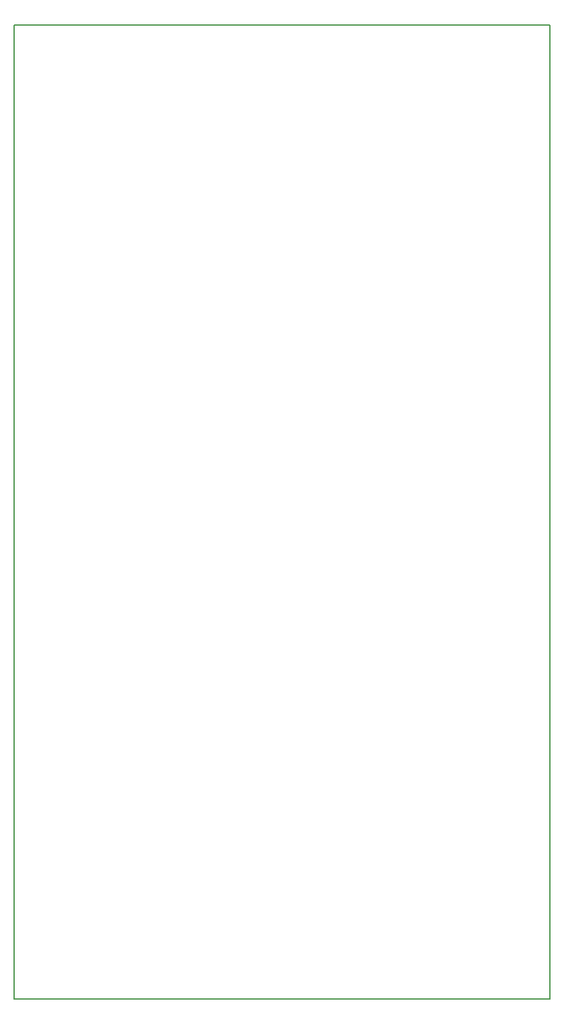
<source format=gko>
G04 Layer_Color=16711935*
%FSLAX44Y44*%
%MOMM*%
G71*
G01*
G75*
%ADD13C,0.2000*%
D13*
X693000Y955000D02*
X1401000D01*
Y2240000D01*
X693000D01*
Y955000D01*
M02*

</source>
